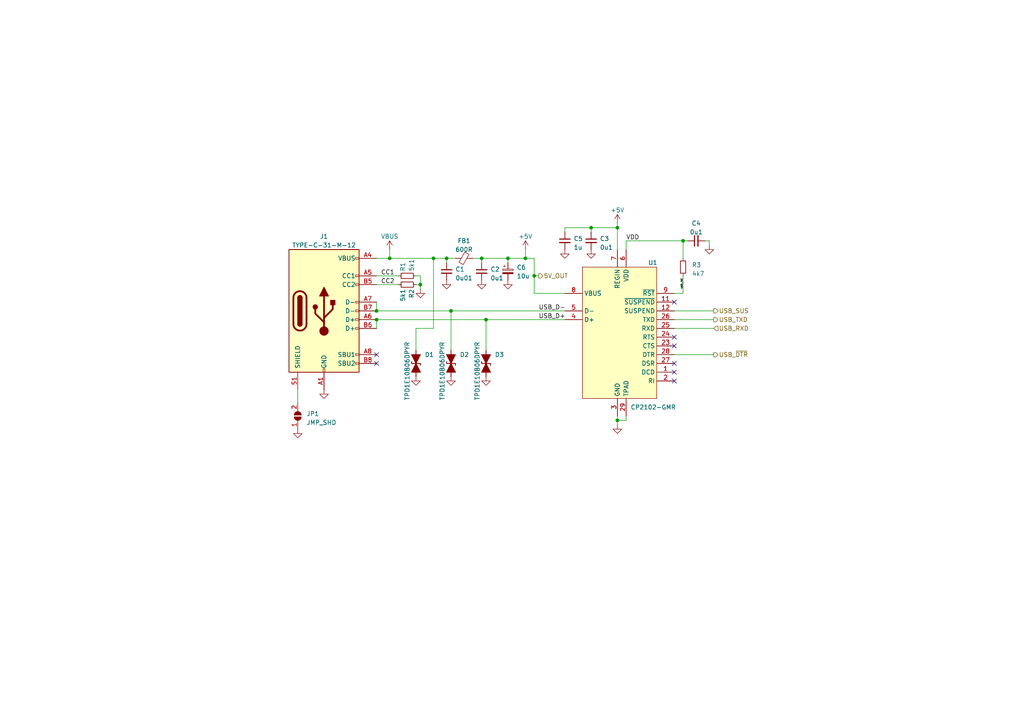
<source format=kicad_sch>
(kicad_sch (version 20230121) (generator eeschema)
  (paper "A4")
  (title_block (title "Pomodoro Timer/Clock - USB and UART") (date "2023-06-29") (rev "0") (company "Microcode.io"))
  (lib_symbols
    (symbol "Connector:USB_C_Receptacle_USB2.0" (pin_names (offset 1.016))
      (property "Reference" "J" (at -10.16 19.05 0))
      (property "Value" "USB_C_Receptacle_USB2.0" (at 19.05 19.05 0))
      (symbol "USB_C_Receptacle_USB2.0_0_0"
        (rectangle (start -0.254 -17.78) (end 0.254 -16.764))
        (rectangle (start 10.16 -14.986) (end 9.144 -15.494))
        (rectangle (start 10.16 -12.446) (end 9.144 -12.954))
        (rectangle (start 10.16 -4.826) (end 9.144 -5.334))
        (rectangle (start 10.16 -2.286) (end 9.144 -2.794))
        (rectangle (start 10.16 0.254) (end 9.144 -0.254))
        (rectangle (start 10.16 2.794) (end 9.144 2.286))
        (rectangle (start 10.16 7.874) (end 9.144 7.366))
        (rectangle (start 10.16 10.414) (end 9.144 9.906))
        (rectangle (start 10.16 15.494) (end 9.144 14.986))
      )
      (symbol "USB_C_Receptacle_USB2.0_0_1"
        (rectangle (start -10.16 17.78) (end 10.16 -17.78) (stroke (width 0.254)) (fill (type background)))
        (arc (start -8.89 -3.81) (mid -6.985 -5.7067) (end -5.08 -3.81) (stroke (width 0.508)))
        (arc (start -7.62 -3.81) (mid -6.985 -4.4423) (end -6.35 -3.81) (stroke (width 0.254)))
        (arc (start -7.62 -3.81) (mid -6.985 -4.4423) (end -6.35 -3.81) (stroke (width 0.254)) (fill (type outline)))
        (rectangle (start -7.62 -3.81) (end -6.35 3.81) (stroke (width 0.254)) (fill (type outline)))
        (arc (start -6.35 3.81) (mid -6.985 4.4423) (end -7.62 3.81) (stroke (width 0.254)))
        (arc (start -6.35 3.81) (mid -6.985 4.4423) (end -7.62 3.81) (stroke (width 0.254)) (fill (type outline)))
        (arc (start -5.08 3.81) (mid -6.985 5.7067) (end -8.89 3.81) (stroke (width 0.508)))
        (circle (center -2.54 1.143) (radius 0.635) (stroke (width 0.254)) (fill (type outline)))
        (circle (center 0 -5.842) (radius 1.27) (fill (type outline)))
        (polyline (pts (xy -8.89 -3.81) (xy -8.89 3.81)) (stroke (width 0.508)))
        (polyline (pts (xy -5.08 3.81) (xy -5.08 -3.81)) (stroke (width 0.508)))
        (polyline (pts (xy 0 -5.842) (xy 0 4.318)) (stroke (width 0.508)))
        (polyline (pts (xy 0 -3.302) (xy -2.54 -0.762) (xy -2.54 0.508)) (stroke (width 0.508)))
        (polyline (pts (xy 0 -2.032) (xy 2.54 0.508) (xy 2.54 1.778)) (stroke (width 0.508)))
        (polyline (pts (xy -1.27 4.318) (xy 0 6.858) (xy 1.27 4.318) (xy -1.27 4.318)) (stroke (width 0.254)) (fill (type outline)))
        (rectangle (start 1.905 1.778) (end 3.175 3.048) (stroke (width 0.254)) (fill (type outline)))
      )
      (symbol "USB_C_Receptacle_USB2.0_1_1"
        (pin passive line (at 0 -22.86 90) (length 5.08) (name "GND") (number "A1"))
        (pin passive line (at 0 -22.86 90) (length 5.08) hide (name "GND") (number "A12"))
        (pin passive line (at 15.24 15.24 180) (length 5.08) (name "VBUS") (number "A4"))
        (pin bidirectional line (at 15.24 10.16 180) (length 5.08) (name "CC1") (number "A5"))
        (pin bidirectional line (at 15.24 -2.54 180) (length 5.08) (name "D+") (number "A6"))
        (pin bidirectional line (at 15.24 2.54 180) (length 5.08) (name "D-") (number "A7"))
        (pin bidirectional line (at 15.24 -12.7 180) (length 5.08) (name "SBU1") (number "A8"))
        (pin passive line (at 15.24 15.24 180) (length 5.08) hide (name "VBUS") (number "A9"))
        (pin passive line (at 0 -22.86 90) (length 5.08) hide (name "GND") (number "B1"))
        (pin passive line (at 0 -22.86 90) (length 5.08) hide (name "GND") (number "B12"))
        (pin passive line (at 15.24 15.24 180) (length 5.08) hide (name "VBUS") (number "B4"))
        (pin bidirectional line (at 15.24 7.62 180) (length 5.08) (name "CC2") (number "B5"))
        (pin bidirectional line (at 15.24 -5.08 180) (length 5.08) (name "D+") (number "B6"))
        (pin bidirectional line (at 15.24 0 180) (length 5.08) (name "D-") (number "B7"))
        (pin bidirectional line (at 15.24 -15.24 180) (length 5.08) (name "SBU2") (number "B8"))
        (pin passive line (at 15.24 15.24 180) (length 5.08) hide (name "VBUS") (number "B9"))
        (pin passive line (at -7.62 -22.86 90) (length 5.08) (name "SHIELD") (number "S1"))
      )
    )
    (symbol "Device:C_Polarized_Small" (pin_numbers hide) (pin_names (offset 0.254) hide)
      (property "Reference" "C" (at 0.254 1.778 0))
      (property "Value" "C_Polarized_Small" (at 0.254 -2.032 0))
      (symbol "C_Polarized_Small_0_1"
        (rectangle (start -1.524 -0.3048) (end 1.524 -0.6858) (fill (type outline)))
        (rectangle (start -1.524 0.6858) (end 1.524 0.3048))
        (polyline (pts (xy -1.27 1.524) (xy -0.762 1.524)))
        (polyline (pts (xy -1.016 1.27) (xy -1.016 1.778)))
      )
      (symbol "C_Polarized_Small_1_1"
        (pin passive line (at 0 2.54 270) (length 1.8542) (name "~") (number "1"))
        (pin passive line (at 0 -2.54 90) (length 1.8542) (name "~") (number "2"))
      )
    )
    (symbol "Device:C_Small" (pin_numbers hide) (pin_names (offset 0.254) hide)
      (property "Reference" "C" (at 0.254 1.778 0))
      (property "Value" "C_Small" (at 0.254 -2.032 0))
      (symbol "C_Small_0_1"
        (polyline (pts (xy -1.524 -0.508) (xy 1.524 -0.508)) (stroke (width 0.3302)))
        (polyline (pts (xy -1.524 0.508) (xy 1.524 0.508)) (stroke (width 0.3048)))
      )
      (symbol "C_Small_1_1"
        (pin passive line (at 0 2.54 270) (length 2.032) (name "~") (number "1"))
        (pin passive line (at 0 -2.54 90) (length 2.032) (name "~") (number "2"))
      )
    )
    (symbol "Device:D_TVS_Filled" (pin_numbers hide) (pin_names (offset 1.016) hide)
      (property "Reference" "D" (at 0 2.54 0))
      (property "Value" "D_TVS_Filled" (at 0 -2.54 0))
      (symbol "D_TVS_Filled_0_1"
        (polyline (pts (xy 1.27 0) (xy -1.27 0)))
        (polyline (pts (xy -2.54 -1.27) (xy 0 0) (xy -2.54 1.27) (xy -2.54 -1.27)) (stroke (width 0.254)) (fill (type outline)))
        (polyline (pts (xy 0.508 1.27) (xy 0 1.27) (xy 0 -1.27) (xy -0.508 -1.27)) (stroke (width 0.254)))
        (polyline (pts (xy 2.54 1.27) (xy 2.54 -1.27) (xy 0 0) (xy 2.54 1.27)) (stroke (width 0.254)) (fill (type outline)))
      )
      (symbol "D_TVS_Filled_1_1"
        (pin passive line (at -3.81 0 0) (length 2.54) (name "A1") (number "1"))
        (pin passive line (at 3.81 0 180) (length 2.54) (name "A2") (number "2"))
      )
    )
    (symbol "Device:FerriteBead_Small" (pin_numbers hide) (pin_names (offset 0))
      (property "Reference" "FB" (at 1.905 1.27 0))
      (property "Value" "FerriteBead_Small" (at 1.905 -1.27 0))
      (symbol "FerriteBead_Small_0_1"
        (polyline (pts (xy 0 -1.27) (xy 0 -0.7874)))
        (polyline (pts (xy 0 0.889) (xy 0 1.2954)))
        (polyline (pts (xy -1.8288 0.2794) (xy -1.1176 1.4986) (xy 1.8288 -0.2032) (xy 1.1176 -1.4224) (xy -1.8288 0.2794)))
      )
      (symbol "FerriteBead_Small_1_1"
        (pin passive line (at 0 2.54 270) (length 1.27) (name "~") (number "1"))
        (pin passive line (at 0 -2.54 90) (length 1.27) (name "~") (number "2"))
      )
    )
    (symbol "Device:R_Small" (pin_numbers hide) (pin_names (offset 0.254) hide)
      (property "Reference" "R" (at 0.762 0.508 0))
      (property "Value" "R_Small" (at 0.762 -1.016 0))
      (symbol "R_Small_0_1"
        (rectangle (start -0.762 1.778) (end 0.762 -1.778) (stroke (width 0.2032)))
      )
      (symbol "R_Small_1_1"
        (pin passive line (at 0 2.54 270) (length 0.762) (name "~") (number "1"))
        (pin passive line (at 0 -2.54 90) (length 0.762) (name "~") (number "2"))
      )
    )
    (symbol "Jumper:SolderJumper_2_Open" (pin_names (offset 0) hide)
      (property "Reference" "JP" (at 0 2.032 0))
      (property "Value" "SolderJumper_2_Open" (at 0 -2.54 0))
      (symbol "SolderJumper_2_Open_0_1"
        (arc (start -0.254 1.016) (mid -1.2656 0) (end -0.254 -1.016))
        (arc (start -0.254 1.016) (mid -1.2656 0) (end -0.254 -1.016) (fill (type outline)))
        (polyline (pts (xy -0.254 1.016) (xy -0.254 -1.016)))
        (polyline (pts (xy 0.254 1.016) (xy 0.254 -1.016)))
        (arc (start 0.254 -1.016) (mid 1.2656 0) (end 0.254 1.016))
        (arc (start 0.254 -1.016) (mid 1.2656 0) (end 0.254 1.016) (fill (type outline)))
      )
      (symbol "SolderJumper_2_Open_1_1"
        (pin passive line (at -3.81 0 0) (length 2.54) (name "A") (number "1"))
        (pin passive line (at 3.81 0 180) (length 2.54) (name "B") (number "2"))
      )
    )
    (symbol "jlcpcb-parts:CP2102-GMR"
      (property "Reference" "U" (at 24.765 9.525 0))
      (property "Value" "CP2102-GMR" (at 19.05 -31.75 0))
      (symbol "CP2102-GMR_1_1"
        (rectangle (start 5.08 7.62) (end 26.67 -30.48) (fill (type background)))
        (pin input line (at 31.75 -22.86 180) (length 5.08) (name "DCD") (number "1"))
        (pin no_connect line (at 0 -15.875 0) (length 5.08) hide (name "NC") (number "10"))
        (pin output line (at 31.75 -2.54 180) (length 5.08) (name "~{SUSPEND}") (number "11"))
        (pin output line (at 31.75 -5.08 180) (length 5.08) (name "SUSPEND") (number "12"))
        (pin no_connect line (at 0 -15.875 0) (length 5.08) hide (name "NC") (number "13"))
        (pin no_connect line (at 0 -15.875 0) (length 5.08) hide (name "NC") (number "14"))
        (pin no_connect line (at 0 -15.875 0) (length 5.08) hide (name "NC") (number "15"))
        (pin no_connect line (at 0 -15.875 0) (length 5.08) hide (name "NC") (number "16"))
        (pin no_connect line (at 0 -15.875 0) (length 5.08) hide (name "NC") (number "17"))
        (pin no_connect line (at 0 -15.875 0) (length 5.08) hide (name "NC") (number "18"))
        (pin no_connect line (at 0 -15.875 0) (length 5.08) hide (name "NC") (number "19"))
        (pin input line (at 31.75 -25.4 180) (length 5.08) (name "RI") (number "2"))
        (pin no_connect line (at 0 -15.875 0) (length 5.08) hide (name "NC") (number "20"))
        (pin no_connect line (at 0 -15.875 0) (length 5.08) hide (name "NC") (number "21"))
        (pin no_connect line (at 0 -15.875 0) (length 5.08) hide (name "NC") (number "22"))
        (pin input line (at 31.75 -15.24 180) (length 5.08) (name "CTS") (number "23"))
        (pin output line (at 31.75 -12.7 180) (length 5.08) (name "RTS") (number "24"))
        (pin input line (at 31.75 -10.16 180) (length 5.08) (name "RXD") (number "25"))
        (pin output line (at 31.75 -7.62 180) (length 5.08) (name "TXD") (number "26"))
        (pin input line (at 31.75 -20.32 180) (length 5.08) (name "DSR") (number "27"))
        (pin output line (at 31.75 -17.78 180) (length 5.08) (name "DTR") (number "28"))
        (pin power_in line (at 17.78 -35.56 90) (length 5.08) (name "TPAD") (number "29"))
        (pin power_in line (at 15.24 -35.56 90) (length 5.08) (name "GND") (number "3"))
        (pin bidirectional line (at 0 -7.62 0) (length 5.08) (name "D+") (number "4"))
        (pin bidirectional line (at 0 -5.08 0) (length 5.08) (name "D-") (number "5"))
        (pin power_out line (at 17.78 12.7 270) (length 5.08) (name "VDD") (number "6"))
        (pin power_in line (at 15.24 12.7 270) (length 5.08) (name "REGIN") (number "7"))
        (pin power_in line (at 0 0 0) (length 5.08) (name "VBUS") (number "8"))
        (pin input line (at 31.75 0 180) (length 5.08) (name "~{RST}") (number "9"))
      )
    )
    (symbol "power:+5V" (power) (pin_names (offset 0))
      (property "Value" "+5V" (at 0 3.556 0))
      (symbol "+5V_0_1"
        (polyline (pts (xy -0.762 1.27) (xy 0 2.54)))
        (polyline (pts (xy 0 0) (xy 0 2.54)))
        (polyline (pts (xy 0 2.54) (xy 0.762 1.27)))
      )
      (symbol "+5V_1_1"
        (pin power_in line (at 0 0 90) (length 0) hide (name "+5V") (number "1"))
      )
    )
    (symbol "power:GND" (power) (pin_names (offset 0))
      (property "Value" "GND" (at 0 -3.81 0))
      (symbol "GND_0_1"
        (polyline (pts (xy 0 0) (xy 0 -1.27) (xy 1.27 -1.27) (xy 0 -2.54) (xy -1.27 -1.27) (xy 0 -1.27)))
      )
      (symbol "GND_1_1"
        (pin power_in line (at 0 0 270) (length 0) hide (name "GND") (number "1"))
      )
    )
    (symbol "power:VBUS" (power) (pin_names (offset 0))
      (property "Value" "VBUS" (at 0 3.81 0))
      (symbol "VBUS_0_1"
        (polyline (pts (xy -0.762 1.27) (xy 0 2.54)))
        (polyline (pts (xy 0 0) (xy 0 2.54)))
        (polyline (pts (xy 0 2.54) (xy 0.762 1.27)))
      )
      (symbol "VBUS_1_1"
        (pin power_in line (at 0 0 90) (length 0) hide (name "VBUS") (number "1"))
      )
    )
  )
  (junction (at 198.12 69.85))
  (junction (at 179.07 121.92))
  (junction (at 152.4 74.93))
  (junction (at 171.45 66.04))
  (junction (at 130.81 90.17))
  (junction (at 147.32 74.93))
  (junction (at 109.22 90.17))
  (junction (at 121.92 82.55))
  (junction (at 125.73 74.93))
  (junction (at 140.97 92.71))
  (junction (at 109.22 92.71))
  (junction (at 129.54 74.93))
  (junction (at 154.94 80.01))
  (junction (at 113.03 74.93))
  (junction (at 139.7 74.93))
  (junction (at 179.07 66.04))
  (no_connect (at 195.58 100.33))
  (no_connect (at 195.58 105.41))
  (no_connect (at 195.58 97.79))
  (no_connect (at 195.58 107.95))
  (no_connect (at 109.22 102.87))
  (no_connect (at 195.58 110.49))
  (no_connect (at 195.58 87.63))
  (no_connect (at 109.22 105.41))
  (wire (pts (xy 139.7 74.93) (xy 139.7 76.2)))
  (wire (pts (xy 147.32 74.93) (xy 147.32 76.2)))
  (wire (pts (xy 154.94 74.93) (xy 152.4 74.93)))
  (wire (pts (xy 154.94 80.01) (xy 154.94 85.09)))
  (wire (pts (xy 179.07 121.92) (xy 179.07 123.19)))
  (wire (pts (xy 139.7 74.93) (xy 147.32 74.93)))
  (wire (pts (xy 195.58 102.87) (xy 207.01 102.87)))
  (wire (pts (xy 179.07 120.65) (xy 179.07 121.92)))
  (wire (pts (xy 195.58 85.09) (xy 198.12 85.09)))
  (wire (pts (xy 129.54 74.93) (xy 132.08 74.93)))
  (wire (pts (xy 129.54 74.93) (xy 129.54 76.2)))
  (wire (pts (xy 109.22 90.17) (xy 130.81 90.17)))
  (wire (pts (xy 125.73 74.93) (xy 129.54 74.93)))
  (wire (pts (xy 109.22 87.63) (xy 109.22 90.17)))
  (wire (pts (xy 181.61 120.65) (xy 181.61 121.92)))
  (wire (pts (xy 198.12 69.85) (xy 199.39 69.85)))
  (wire (pts (xy 120.65 80.01) (xy 121.92 80.01)))
  (wire (pts (xy 181.61 69.85) (xy 181.61 72.39)))
  (wire (pts (xy 198.12 69.85) (xy 198.12 74.93)))
  (wire (pts (xy 163.83 67.31) (xy 163.83 66.04)))
  (wire (pts (xy 120.65 82.55) (xy 121.92 82.55)))
  (wire (pts (xy 140.97 92.71) (xy 163.83 92.71)))
  (wire (pts (xy 137.16 74.93) (xy 139.7 74.93)))
  (wire (pts (xy 154.94 74.93) (xy 154.94 80.01)))
  (wire (pts (xy 205.74 69.85) (xy 205.74 71.12)))
  (wire (pts (xy 154.94 85.09) (xy 163.83 85.09)))
  (wire (pts (xy 154.94 80.01) (xy 156.21 80.01)))
  (wire (pts (xy 130.81 90.17) (xy 130.81 101.6)))
  (wire (pts (xy 171.45 66.04) (xy 179.07 66.04)))
  (wire (pts (xy 120.65 95.25) (xy 120.65 101.6)))
  (wire (pts (xy 140.97 92.71) (xy 140.97 101.6)))
  (wire (pts (xy 163.83 66.04) (xy 171.45 66.04)))
  (wire (pts (xy 181.61 69.85) (xy 198.12 69.85)))
  (wire (pts (xy 195.58 95.25) (xy 207.01 95.25)))
  (wire (pts (xy 121.92 80.01) (xy 121.92 82.55)))
  (wire (pts (xy 113.03 74.93) (xy 125.73 74.93)))
  (wire (pts (xy 179.07 64.77) (xy 179.07 66.04)))
  (wire (pts (xy 109.22 74.93) (xy 113.03 74.93)))
  (wire (pts (xy 109.22 82.55) (xy 115.57 82.55)))
  (wire (pts (xy 181.61 121.92) (xy 179.07 121.92)))
  (wire (pts (xy 113.03 72.39) (xy 113.03 74.93)))
  (wire (pts (xy 195.58 90.17) (xy 207.01 90.17)))
  (wire (pts (xy 125.73 95.25) (xy 125.73 74.93)))
  (wire (pts (xy 86.36 113.03) (xy 86.36 116.84)))
  (wire (pts (xy 171.45 67.31) (xy 171.45 66.04)))
  (wire (pts (xy 109.22 80.01) (xy 115.57 80.01)))
  (wire (pts (xy 179.07 66.04) (xy 179.07 72.39)))
  (wire (pts (xy 195.58 92.71) (xy 207.01 92.71)))
  (wire (pts (xy 152.4 72.39) (xy 152.4 74.93)))
  (wire (pts (xy 109.22 92.71) (xy 109.22 95.25)))
  (wire (pts (xy 121.92 82.55) (xy 121.92 83.82)))
  (wire (pts (xy 130.81 90.17) (xy 163.83 90.17)))
  (wire (pts (xy 120.65 95.25) (xy 125.73 95.25)))
  (wire (pts (xy 204.47 69.85) (xy 205.74 69.85)))
  (wire (pts (xy 198.12 85.09) (xy 198.12 80.01)))
  (wire (pts (xy 109.22 92.71) (xy 140.97 92.71)))
  (wire (pts (xy 147.32 74.93) (xy 152.4 74.93)))
  (label "USB_D-" (at 156.21 90.17 0))
  (label "CC2" (at 110.49 82.55 0))
  (label "USB_D+" (at 156.21 92.71 0))
  (label "VDD" (at 181.61 69.85 0))
  (label "CC1" (at 110.49 80.01 0))
  (label "usb_rst" (at 198.12 83.82 90) (effects (font (size 0.55 0.55))))
  (hierarchical_label "USB_~{DTR}" (shape output) (at 207.01 102.87 0))
  (hierarchical_label "5V_OUT" (shape output) (at 156.21 80.01 0))
  (hierarchical_label "USB_RXD" (shape input) (at 207.01 95.25 0))
  (hierarchical_label "USB_SUS" (shape output) (at 207.01 90.17 0))
  (hierarchical_label "USB_TXD" (shape output) (at 207.01 92.71 0))
  (symbol (lib_id "Connector:USB_C_Receptacle_USB2.0") (at 93.98 90.17 0) (unit 1)
    (property "Reference" "J1" (at 93.98 68.58 0))
    (property "Value" "TYPE-C-31-M-12" (at 93.98 71.12 0))
    (property "Footprint" "jlcpcb:TYPE-C-31-M-12" (effects hide))
    (property "Datasheet" "https://www.usb.org/sites/default/files/documents/usb_type-c.zip" (effects hide))
    (property "Mfr" "Korean Hroparts Elec" (effects hide))
    (property "Mfr Part" "TYPE-C-31-M-12" (effects hide))
    (property "JLCPCB Part" "C165948" (effects hide))
    (property "Sim.Enable" "0" (effects hide))
  )
  (symbol (lib_id "power:GND") (at 163.83 72.39 0) (unit 1)
    (property "Reference" "#PWR014" (effects hide))
    (property "Value" "GND" (effects hide))
    (instances (project "pomodoro-clock-0" (path "" (reference "#PWR014") (unit 1)) (path "" (reference "#PWR05") (unit 1))))
  )
  (symbol (lib_id "power:GND") (at 120.65 109.22 0) (unit 1)
    (property "Reference" "#PWR02" (effects hide))
    (property "Value" "GND" (effects hide))
    (instances (project "pomodoro-clock-0" (path "" (reference "#PWR02") (unit 1)) (path "" (reference "#PWR011") (unit 1))))
  )
  (symbol (lib_id "Device:R_Small") (at 198.12 77.47 0) (unit 1)
    (property "Reference" "R3" (at 200.66 76.835 0) (effects (justify left)))
    (property "Value" "4k7" (at 200.66 79.375 0) (effects (justify left)))
    (property "Footprint" "Resistor_SMD:R_0402_1005Metric" (effects hide))
    (property "Sim.Enable" "0" (effects hide))
    (instances (project "pomodoro-clock-0" (path "" (reference "R3") (unit 1)) (path "" (reference "R1") (unit 1))))
  )
  (symbol (lib_id "Device:C_Polarized_Small") (at 147.32 78.74 0) (unit 1)
    (property "Reference" "C6" (at 149.86 77.5589 0) (effects (justify left)))
    (property "Value" "10u" (at 149.86 80.0989 0) (effects (justify left)))
    (property "Footprint" "Capacitor_Tantalum_SMD:CP_EIA-3216-18_Kemet-A" (effects hide))
    (property "Sim.Enable" "0" (effects hide))
  )
  (symbol (lib_id "Device:D_TVS_Filled") (at 120.65 105.41 90) (unit 1)
    (property "Reference" "D1" (at 123.19 102.87 90) (effects (justify right)))
    (property "Value" "TPD1E10B06DPYR" (at 118.11 99.06 0) (effects (justify right)))
    (property "Footprint" "Diode_SMD:D_0402_1005Metric" (effects hide))
    (property "Datasheet" "https://www.ti.com/lit/ds/symlink/tpd1e10b06.pdf?ts=1688013499515" (effects hide))
    (property "Mfr" "Texas Instruments" (effects hide))
    (property "Mfr Part" "TPD1E10B06DPYR" (effects hide))
    (property "JLCPCB Part" "C48260" (effects hide))
    (property "Sim.Enable" "0" (effects hide))
  )
  (symbol (lib_id "power:GND") (at 140.97 109.22 0) (unit 1)
    (property "Reference" "#PWR04" (effects hide))
    (property "Value" "GND" (effects hide))
    (instances (project "pomodoro-clock-0" (path "" (reference "#PWR04") (unit 1)) (path "" (reference "#PWR013") (unit 1))))
  )
  (symbol (lib_id "power:GND") (at 139.7 81.28 0) (unit 1)
    (property "Reference" "#PWR08" (effects hide))
    (property "Value" "GND" (effects hide))
  )
  (symbol (lib_id "Device:C_Small") (at 139.7 78.74 0) (unit 1)
    (property "Reference" "C2" (at 142.24 78.1113 0) (effects (justify left)))
    (property "Value" "0u1" (at 142.24 80.6513 0) (effects (justify left)))
    (property "Footprint" "Capacitor_SMD:C_0402_1005Metric" (effects hide))
    (property "Sim.Enable" "0" (effects hide))
    (instances (project "pomodoro-clock-0" (path "" (reference "C2") (unit 1)) (path "" (reference "C5") (unit 1))))
  )
  (symbol (lib_id "power:GND") (at 129.54 81.28 0) (unit 1)
    (property "Reference" "#PWR07" (effects hide))
    (property "Value" "GND" (effects hide))
  )
  (symbol (lib_id "Device:C_Small") (at 163.83 69.85 0) (unit 1)
    (property "Reference" "C5" (at 166.37 69.2213 0) (effects (justify left)))
    (property "Value" "1u" (at 166.37 71.7613 0) (effects (justify left)))
    (property "Footprint" "Capacitor_SMD:C_0402_1005Metric" (effects hide))
    (property "Sim.Enable" "0" (effects hide))
    (instances (project "pomodoro-clock-0" (path "" (reference "C5") (unit 1)) (path "" (reference "C1") (unit 1))))
  )
  (symbol (lib_id "power:GND") (at 86.36 124.46 0) (unit 1)
    (property "Reference" "#PWR016" (effects hide))
    (property "Value" "GND" (effects hide))
  )
  (symbol (lib_id "Device:R_Small") (at 118.11 80.01 90) (unit 1)
    (property "Reference" "R1" (at 116.84 78.74 0) (effects (justify left)))
    (property "Value" "5k1" (at 119.38 78.74 0) (effects (justify left)))
    (property "Footprint" "Resistor_SMD:R_0402_1005Metric" (effects hide))
    (property "Sim.Enable" "0" (effects hide))
    (instances (project "pomodoro-clock-0" (path "" (reference "R1") (unit 1)) (path "" (reference "R2") (unit 1))))
  )
  (symbol (lib_id "Device:C_Small") (at 171.45 69.85 0) (unit 1)
    (property "Reference" "C3" (at 173.99 69.2213 0) (effects (justify left)))
    (property "Value" "0u1" (at 173.99 71.7613 0) (effects (justify left)))
    (property "Footprint" "Capacitor_SMD:C_0402_1005Metric" (effects hide))
    (property "Sim.Enable" "0" (effects hide))
    (instances (project "pomodoro-clock-0" (path "" (reference "C3") (unit 1)) (path "" (reference "C2") (unit 1))))
  )
  (symbol (lib_id "jlcpcb-parts:CP2102-GMR") (at 163.83 85.09 0) (unit 1)
    (property "Reference" "U1" (at 187.96 76.2 0) (effects (justify left)))
    (property "Value" "CP2102-GMR" (at 182.88 118.11 0) (effects (justify left)))
    (property "Footprint" "jlcpcb:QFN50P500X500X100-29N-D" (effects hide))
    (property "Datasheet" "https://www.silabs.com/Support%20Documents/TechnicalDocs/CP2102-9.pdf" (effects hide))
    (property "Mfr" "Silicon Labs" (effects hide))
    (property "Mfr Part" "CP2102-GMR" (effects hide))
    (property "Mouser Part" "634-CP2102-GMR" (effects hide))
    (property "JLCPCB Part" "C6568" (effects hide))
    (property "Sim.Enable" "0" (effects hide))
  )
  (symbol (lib_id "power:GND") (at 93.98 113.03 0) (unit 1)
    (property "Reference" "#PWR01" (effects hide))
    (property "Value" "GND" (effects hide))
    (instances (project "pomodoro-clock-0" (path "" (reference "#PWR01") (unit 1)) (path "" (reference "#PWR014") (unit 1))))
  )
  (symbol (lib_id "Device:C_Small") (at 129.54 78.74 0) (unit 1)
    (property "Reference" "C1" (at 132.08 78.1113 0) (effects (justify left)))
    (property "Value" "0u01" (at 132.08 80.6513 0) (effects (justify left)))
    (property "Footprint" "Capacitor_SMD:C_0402_1005Metric" (effects hide))
    (property "Sim.Enable" "0" (effects hide))
    (instances (project "pomodoro-clock-0" (path "" (reference "C1") (unit 1)) (path "" (reference "C4") (unit 1))))
  )
  (symbol (lib_id "power:GND") (at 205.74 71.12 0) (unit 1)
    (property "Reference" "#PWR013" (effects hide))
    (property "Value" "GND" (effects hide))
    (instances (project "pomodoro-clock-0" (path "" (reference "#PWR013") (unit 1)) (path "" (reference "#PWR02") (unit 1))))
  )
  (symbol (lib_id "power:GND") (at 121.92 83.82 0) (unit 1)
    (property "Reference" "#PWR05" (effects hide))
    (property "Value" "GND" (effects hide))
    (instances (project "pomodoro-clock-0" (path "" (reference "#PWR05") (unit 1)) (path "" (reference "#PWR010") (unit 1))))
  )
  (symbol (lib_id "power:+5V") (at 152.4 72.39 0) (unit 1)
    (property "Reference" "#PWR06" (effects hide))
    (property "Value" "+5V" (at 152.4 68.58 0))
    (instances (project "pomodoro-clock-0" (path "" (reference "#PWR06") (unit 1)) (path "" (reference "#PWR04") (unit 1))))
  )
  (symbol (lib_id "power:VBUS") (at 113.03 72.39 0) (unit 1)
    (property "Reference" "#PWR09" (effects hide))
    (property "Value" "VBUS" (at 113.03 68.58 0))
    (instances (project "pomodoro-clock-0" (path "" (reference "#PWR09") (unit 1)) (path "" (reference "#PWR03") (unit 1))))
  )
  (symbol (lib_id "Jumper:SolderJumper_2_Open") (at 86.36 120.65 90) (unit 1)
    (property "Reference" "JP1" (at 88.9 120.015 90) (effects (justify right)))
    (property "Value" "JMP_SHD" (at 88.9 122.555 90) (effects (justify right)))
    (property "Footprint" "Jumper:SolderJumper-2_P1.3mm_Open_RoundedPad1.0x1.5mm" (effects hide))
    (property "Sim.Enable" "0" (effects hide))
  )
  (symbol (lib_id "power:GND") (at 179.07 123.19 0) (unit 1)
    (property "Reference" "#PWR011" (effects hide))
    (property "Value" "GND" (effects hide))
    (instances (project "pomodoro-clock-0" (path "" (reference "#PWR011") (unit 1)) (path "" (reference "#PWR015") (unit 1))))
  )
  (symbol (lib_id "Device:D_TVS_Filled") (at 140.97 105.41 90) (unit 1)
    (property "Reference" "D3" (at 143.51 102.87 90) (effects (justify right)))
    (property "Value" "TPD1E10B06DPYR" (at 138.43 99.06 0) (effects (justify right)))
    (property "Footprint" "Diode_SMD:D_0402_1005Metric" (effects hide))
    (property "Datasheet" "https://www.ti.com/lit/ds/symlink/tpd1e10b06.pdf?ts=1688013499515" (effects hide))
    (property "Mfr" "Texas Instruments" (effects hide))
    (property "Mfr Part" "TPD1E10B06DPYR" (effects hide))
    (property "JLCPCB Part" "C48260" (effects hide))
    (property "Sim.Enable" "0" (effects hide))
  )
  (symbol (lib_id "Device:R_Small") (at 118.11 82.55 270) (unit 1)
    (property "Reference" "R2" (at 119.38 83.82 0) (effects (justify left)))
    (property "Value" "5k1" (at 116.84 83.82 0) (effects (justify left)))
    (property "Footprint" "Resistor_SMD:R_0402_1005Metric" (effects hide))
    (property "Sim.Enable" "0" (effects hide))
    (instances (project "pomodoro-clock-0" (path "" (reference "R2") (unit 1)) (path "" (reference "R3") (unit 1))))
  )
  (symbol (lib_id "Device:D_TVS_Filled") (at 130.81 105.41 90) (unit 1)
    (property "Reference" "D2" (at 133.35 102.87 90) (effects (justify right)))
    (property "Value" "TPD1E10B06DPYR" (at 128.27 99.06 0) (effects (justify right)))
    (property "Footprint" "Diode_SMD:D_0402_1005Metric" (effects hide))
    (property "Datasheet" "https://www.ti.com/lit/ds/symlink/tpd1e10b06.pdf?ts=1688013499515" (effects hide))
    (property "Mfr" "Texas Instruments" (effects hide))
    (property "Mfr Part" "TPD1E10B06DPYR" (effects hide))
    (property "JLCPCB Part" "C48260" (effects hide))
    (property "Sim.Enable" "0" (effects hide))
  )
  (symbol (lib_id "Device:C_Small") (at 201.93 69.85 90) (unit 1)
    (property "Reference" "C4" (at 201.9363 64.77 90))
    (property "Value" "0u1" (at 201.9363 67.31 90))
    (property "Footprint" "Capacitor_SMD:C_0402_1005Metric" (effects hide))
    (property "Sim.Enable" "0" (effects hide))
    (instances (project "pomodoro-clock-0" (path "" (reference "C4") (unit 1)) (path "" (reference "C3") (unit 1))))
  )
  (symbol (lib_id "power:GND") (at 147.32 81.28 0) (unit 1)
    (property "Reference" "#PWR015" (effects hide))
    (property "Value" "GND" (effects hide))
    (instances (project "pomodoro-clock-0" (path "" (reference "#PWR015") (unit 1)) (path "" (reference "#PWR09") (unit 1))))
  )
  (symbol (lib_id "power:GND") (at 171.45 72.39 0) (unit 1)
    (property "Reference" "#PWR012" (effects hide))
    (property "Value" "GND" (effects hide))
    (instances (project "pomodoro-clock-0" (path "" (reference "#PWR012") (unit 1)) (path "" (reference "#PWR06") (unit 1))))
  )
  (symbol (lib_id "power:+5V") (at 179.07 64.77 0) (unit 1)
    (property "Reference" "#PWR06" (effects hide))
    (property "Value" "+5V" (at 179.07 60.96 0))
    (instances (project "pomodoro-clock-0" (path "" (reference "#PWR06") (unit 1)) (path "" (reference "#PWR01") (unit 1))))
  )
  (symbol (lib_id "power:GND") (at 130.81 109.22 0) (unit 1)
    (property "Reference" "#PWR03" (effects hide))
    (property "Value" "GND" (effects hide))
    (instances (project "pomodoro-clock-0" (path "" (reference "#PWR03") (unit 1)) (path "" (reference "#PWR012") (unit 1))))
  )
  (symbol (lib_id "Device:FerriteBead_Small") (at 134.62 74.93 90) (unit 1)
    (property "Reference" "FB1" (at 134.5819 69.85 90))
    (property "Value" "600R" (at 134.5819 72.39 90))
    (property "Footprint" "Inductor_SMD:L_0603_1608Metric" (effects hide))
    (property "Datasheet" "https://datasheet.lcsc.com/lcsc/2109180930_Sunlord-GZ1608D601TF_C1002.pdf" (effects hide))
    (property "Mfr" "Sunlord" (effects hide))
    (property "Mfr Part" "GZ1608D601TF" (effects hide))
    (property "JLCPCB Part" "C1002" (effects hide))
    (property "Sim.Enable" "0" (effects hide))
  )
)
</source>
